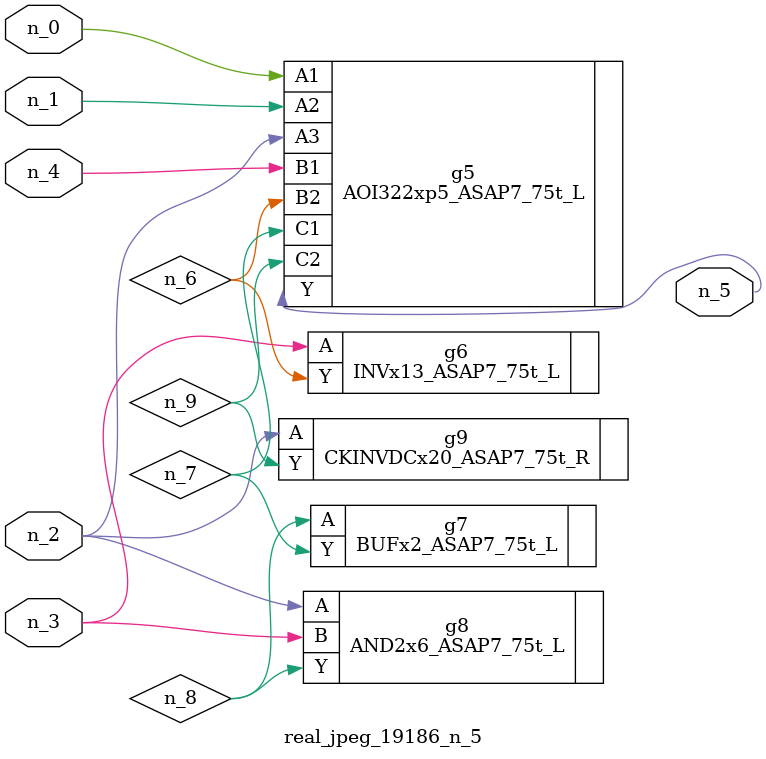
<source format=v>
module real_jpeg_19186_n_5 (n_4, n_0, n_1, n_2, n_3, n_5);

input n_4;
input n_0;
input n_1;
input n_2;
input n_3;

output n_5;

wire n_8;
wire n_6;
wire n_7;
wire n_9;

AOI322xp5_ASAP7_75t_L g5 ( 
.A1(n_0),
.A2(n_1),
.A3(n_2),
.B1(n_4),
.B2(n_6),
.C1(n_7),
.C2(n_9),
.Y(n_5)
);

AND2x6_ASAP7_75t_L g8 ( 
.A(n_2),
.B(n_3),
.Y(n_8)
);

CKINVDCx20_ASAP7_75t_R g9 ( 
.A(n_2),
.Y(n_9)
);

INVx13_ASAP7_75t_L g6 ( 
.A(n_3),
.Y(n_6)
);

BUFx2_ASAP7_75t_L g7 ( 
.A(n_8),
.Y(n_7)
);


endmodule
</source>
